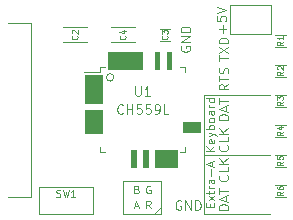
<source format=gbr>
%TF.GenerationSoftware,KiCad,Pcbnew,(5.1.9)-1*%
%TF.CreationDate,2022-11-25T13:08:51-06:00*%
%TF.ProjectId,pcb,7063622e-6b69-4636-9164-5f7063625858,rev?*%
%TF.SameCoordinates,Original*%
%TF.FileFunction,Legend,Top*%
%TF.FilePolarity,Positive*%
%FSLAX46Y46*%
G04 Gerber Fmt 4.6, Leading zero omitted, Abs format (unit mm)*
G04 Created by KiCad (PCBNEW (5.1.9)-1) date 2022-11-25 13:08:51*
%MOMM*%
%LPD*%
G01*
G04 APERTURE LIST*
%ADD10C,0.120000*%
%ADD11C,0.100000*%
G04 APERTURE END LIST*
D10*
X150495000Y-110426500D02*
X144907000Y-110426500D01*
X150495000Y-105410000D02*
X144907000Y-105410000D01*
X150495000Y-100330000D02*
X144907000Y-100330000D01*
X142983000Y-96240523D02*
X142944904Y-96316714D01*
X142944904Y-96431000D01*
X142983000Y-96545285D01*
X143059190Y-96621476D01*
X143135380Y-96659571D01*
X143287761Y-96697666D01*
X143402047Y-96697666D01*
X143554428Y-96659571D01*
X143630619Y-96621476D01*
X143706809Y-96545285D01*
X143744904Y-96431000D01*
X143744904Y-96354809D01*
X143706809Y-96240523D01*
X143668714Y-96202428D01*
X143402047Y-96202428D01*
X143402047Y-96354809D01*
X143744904Y-95859571D02*
X142944904Y-95859571D01*
X143744904Y-95402428D01*
X142944904Y-95402428D01*
X143744904Y-95021476D02*
X142944904Y-95021476D01*
X142944904Y-94831000D01*
X142983000Y-94716714D01*
X143059190Y-94640523D01*
X143135380Y-94602428D01*
X143287761Y-94564333D01*
X143402047Y-94564333D01*
X143554428Y-94602428D01*
X143630619Y-94640523D01*
X143706809Y-94716714D01*
X143744904Y-94831000D01*
X143744904Y-95021476D01*
X142963976Y-109328000D02*
X142887785Y-109289904D01*
X142773500Y-109289904D01*
X142659214Y-109328000D01*
X142583023Y-109404190D01*
X142544928Y-109480380D01*
X142506833Y-109632761D01*
X142506833Y-109747047D01*
X142544928Y-109899428D01*
X142583023Y-109975619D01*
X142659214Y-110051809D01*
X142773500Y-110089904D01*
X142849690Y-110089904D01*
X142963976Y-110051809D01*
X143002071Y-110013714D01*
X143002071Y-109747047D01*
X142849690Y-109747047D01*
X143344928Y-110089904D02*
X143344928Y-109289904D01*
X143802071Y-110089904D01*
X143802071Y-109289904D01*
X144183023Y-110089904D02*
X144183023Y-109289904D01*
X144373500Y-109289904D01*
X144487785Y-109328000D01*
X144563976Y-109404190D01*
X144602071Y-109480380D01*
X144640166Y-109632761D01*
X144640166Y-109747047D01*
X144602071Y-109899428D01*
X144563976Y-109975619D01*
X144487785Y-110051809D01*
X144373500Y-110089904D01*
X144183023Y-110089904D01*
X144907000Y-110426500D02*
X144907000Y-105410000D01*
X144907000Y-105410000D02*
X144907000Y-100330000D01*
X146183404Y-97466023D02*
X146183404Y-97008880D01*
X146983404Y-97237452D02*
X146183404Y-97237452D01*
X146183404Y-96818404D02*
X146983404Y-96285071D01*
X146183404Y-96285071D02*
X146983404Y-96818404D01*
X146983404Y-95980309D02*
X146183404Y-95980309D01*
X146183404Y-95789833D01*
X146221500Y-95675547D01*
X146297690Y-95599357D01*
X146373880Y-95561261D01*
X146526261Y-95523166D01*
X146640547Y-95523166D01*
X146792928Y-95561261D01*
X146869119Y-95599357D01*
X146945309Y-95675547D01*
X146983404Y-95789833D01*
X146983404Y-95980309D01*
X146983404Y-99434595D02*
X146602452Y-99701261D01*
X146983404Y-99891738D02*
X146183404Y-99891738D01*
X146183404Y-99586976D01*
X146221500Y-99510785D01*
X146259595Y-99472690D01*
X146335785Y-99434595D01*
X146450071Y-99434595D01*
X146526261Y-99472690D01*
X146564357Y-99510785D01*
X146602452Y-99586976D01*
X146602452Y-99891738D01*
X146183404Y-99206023D02*
X146183404Y-98748880D01*
X146983404Y-98977452D02*
X146183404Y-98977452D01*
X146945309Y-98520309D02*
X146983404Y-98406023D01*
X146983404Y-98215547D01*
X146945309Y-98139357D01*
X146907214Y-98101261D01*
X146831023Y-98063166D01*
X146754833Y-98063166D01*
X146678642Y-98101261D01*
X146640547Y-98139357D01*
X146602452Y-98215547D01*
X146564357Y-98367928D01*
X146526261Y-98444119D01*
X146488166Y-98482214D01*
X146411976Y-98520309D01*
X146335785Y-98520309D01*
X146259595Y-98482214D01*
X146221500Y-98444119D01*
X146183404Y-98367928D01*
X146183404Y-98177452D01*
X146221500Y-98063166D01*
X146488142Y-95072071D02*
X146488142Y-94462547D01*
X146792904Y-94767309D02*
X146183380Y-94767309D01*
X145992904Y-93700642D02*
X145992904Y-94081595D01*
X146373857Y-94119690D01*
X146335761Y-94081595D01*
X146297666Y-94005404D01*
X146297666Y-93814928D01*
X146335761Y-93738738D01*
X146373857Y-93700642D01*
X146450047Y-93662547D01*
X146640523Y-93662547D01*
X146716714Y-93700642D01*
X146754809Y-93738738D01*
X146792904Y-93814928D01*
X146792904Y-94005404D01*
X146754809Y-94081595D01*
X146716714Y-94119690D01*
X145992904Y-93433976D02*
X146792904Y-93167309D01*
X145992904Y-92900642D01*
X145428500Y-109850000D02*
X145428500Y-109616666D01*
X145795166Y-109516666D02*
X145795166Y-109850000D01*
X145095166Y-109850000D01*
X145095166Y-109516666D01*
X145795166Y-109283333D02*
X145328500Y-108916666D01*
X145328500Y-109283333D02*
X145795166Y-108916666D01*
X145328500Y-108750000D02*
X145328500Y-108483333D01*
X145095166Y-108650000D02*
X145695166Y-108650000D01*
X145761833Y-108616666D01*
X145795166Y-108550000D01*
X145795166Y-108483333D01*
X145795166Y-108250000D02*
X145328500Y-108250000D01*
X145461833Y-108250000D02*
X145395166Y-108216666D01*
X145361833Y-108183333D01*
X145328500Y-108116666D01*
X145328500Y-108050000D01*
X145795166Y-107516666D02*
X145428500Y-107516666D01*
X145361833Y-107550000D01*
X145328500Y-107616666D01*
X145328500Y-107750000D01*
X145361833Y-107816666D01*
X145761833Y-107516666D02*
X145795166Y-107583333D01*
X145795166Y-107750000D01*
X145761833Y-107816666D01*
X145695166Y-107850000D01*
X145628500Y-107850000D01*
X145561833Y-107816666D01*
X145528500Y-107750000D01*
X145528500Y-107583333D01*
X145495166Y-107516666D01*
X145528500Y-107183333D02*
X145528500Y-106650000D01*
X145595166Y-106350000D02*
X145595166Y-106016666D01*
X145795166Y-106416666D02*
X145095166Y-106183333D01*
X145795166Y-105950000D01*
X145795166Y-105103333D02*
X145095166Y-105103333D01*
X145795166Y-104703333D02*
X145395166Y-105003333D01*
X145095166Y-104703333D02*
X145495166Y-105103333D01*
X145761833Y-104136666D02*
X145795166Y-104203333D01*
X145795166Y-104336666D01*
X145761833Y-104403333D01*
X145695166Y-104436666D01*
X145428500Y-104436666D01*
X145361833Y-104403333D01*
X145328500Y-104336666D01*
X145328500Y-104203333D01*
X145361833Y-104136666D01*
X145428500Y-104103333D01*
X145495166Y-104103333D01*
X145561833Y-104436666D01*
X145328500Y-103870000D02*
X145795166Y-103703333D01*
X145328500Y-103536666D02*
X145795166Y-103703333D01*
X145961833Y-103770000D01*
X145995166Y-103803333D01*
X146028500Y-103870000D01*
X145795166Y-103270000D02*
X145095166Y-103270000D01*
X145361833Y-103270000D02*
X145328500Y-103203333D01*
X145328500Y-103070000D01*
X145361833Y-103003333D01*
X145395166Y-102970000D01*
X145461833Y-102936666D01*
X145661833Y-102936666D01*
X145728500Y-102970000D01*
X145761833Y-103003333D01*
X145795166Y-103070000D01*
X145795166Y-103203333D01*
X145761833Y-103270000D01*
X145795166Y-102536666D02*
X145761833Y-102603333D01*
X145728500Y-102636666D01*
X145661833Y-102670000D01*
X145461833Y-102670000D01*
X145395166Y-102636666D01*
X145361833Y-102603333D01*
X145328500Y-102536666D01*
X145328500Y-102436666D01*
X145361833Y-102370000D01*
X145395166Y-102336666D01*
X145461833Y-102303333D01*
X145661833Y-102303333D01*
X145728500Y-102336666D01*
X145761833Y-102370000D01*
X145795166Y-102436666D01*
X145795166Y-102536666D01*
X145795166Y-101703333D02*
X145428500Y-101703333D01*
X145361833Y-101736666D01*
X145328500Y-101803333D01*
X145328500Y-101936666D01*
X145361833Y-102003333D01*
X145761833Y-101703333D02*
X145795166Y-101770000D01*
X145795166Y-101936666D01*
X145761833Y-102003333D01*
X145695166Y-102036666D01*
X145628500Y-102036666D01*
X145561833Y-102003333D01*
X145528500Y-101936666D01*
X145528500Y-101770000D01*
X145495166Y-101703333D01*
X145795166Y-101370000D02*
X145328500Y-101370000D01*
X145461833Y-101370000D02*
X145395166Y-101336666D01*
X145361833Y-101303333D01*
X145328500Y-101236666D01*
X145328500Y-101170000D01*
X145795166Y-100636666D02*
X145095166Y-100636666D01*
X145761833Y-100636666D02*
X145795166Y-100703333D01*
X145795166Y-100836666D01*
X145761833Y-100903333D01*
X145728500Y-100936666D01*
X145661833Y-100970000D01*
X145461833Y-100970000D01*
X145395166Y-100936666D01*
X145361833Y-100903333D01*
X145328500Y-100836666D01*
X145328500Y-100703333D01*
X145361833Y-100636666D01*
X146983404Y-102457142D02*
X146183404Y-102457142D01*
X146183404Y-102266666D01*
X146221500Y-102152380D01*
X146297690Y-102076190D01*
X146373880Y-102038095D01*
X146526261Y-102000000D01*
X146640547Y-102000000D01*
X146792928Y-102038095D01*
X146869119Y-102076190D01*
X146945309Y-102152380D01*
X146983404Y-102266666D01*
X146983404Y-102457142D01*
X146754833Y-101695238D02*
X146754833Y-101314285D01*
X146983404Y-101771428D02*
X146183404Y-101504761D01*
X146983404Y-101238095D01*
X146183404Y-101085714D02*
X146183404Y-100628571D01*
X146983404Y-100857142D02*
X146183404Y-100857142D01*
X146907214Y-104616190D02*
X146945309Y-104654285D01*
X146983404Y-104768571D01*
X146983404Y-104844761D01*
X146945309Y-104959047D01*
X146869119Y-105035238D01*
X146792928Y-105073333D01*
X146640547Y-105111428D01*
X146526261Y-105111428D01*
X146373880Y-105073333D01*
X146297690Y-105035238D01*
X146221500Y-104959047D01*
X146183404Y-104844761D01*
X146183404Y-104768571D01*
X146221500Y-104654285D01*
X146259595Y-104616190D01*
X146983404Y-103892380D02*
X146983404Y-104273333D01*
X146183404Y-104273333D01*
X146983404Y-103625714D02*
X146183404Y-103625714D01*
X146983404Y-103168571D02*
X146526261Y-103511428D01*
X146183404Y-103168571D02*
X146640547Y-103625714D01*
X146983404Y-110077142D02*
X146183404Y-110077142D01*
X146183404Y-109886666D01*
X146221500Y-109772380D01*
X146297690Y-109696190D01*
X146373880Y-109658095D01*
X146526261Y-109620000D01*
X146640547Y-109620000D01*
X146792928Y-109658095D01*
X146869119Y-109696190D01*
X146945309Y-109772380D01*
X146983404Y-109886666D01*
X146983404Y-110077142D01*
X146754833Y-109315238D02*
X146754833Y-108934285D01*
X146983404Y-109391428D02*
X146183404Y-109124761D01*
X146983404Y-108858095D01*
X146183404Y-108705714D02*
X146183404Y-108248571D01*
X146983404Y-108477142D02*
X146183404Y-108477142D01*
X146907214Y-107156190D02*
X146945309Y-107194285D01*
X146983404Y-107308571D01*
X146983404Y-107384761D01*
X146945309Y-107499047D01*
X146869119Y-107575238D01*
X146792928Y-107613333D01*
X146640547Y-107651428D01*
X146526261Y-107651428D01*
X146373880Y-107613333D01*
X146297690Y-107575238D01*
X146221500Y-107499047D01*
X146183404Y-107384761D01*
X146183404Y-107308571D01*
X146221500Y-107194285D01*
X146259595Y-107156190D01*
X146983404Y-106432380D02*
X146983404Y-106813333D01*
X146183404Y-106813333D01*
X146983404Y-106165714D02*
X146183404Y-106165714D01*
X146983404Y-105708571D02*
X146526261Y-106051428D01*
X146183404Y-105708571D02*
X146640547Y-106165714D01*
%TO.C,SW1*%
X135498000Y-110437500D02*
X130948000Y-110437500D01*
X135498000Y-108137500D02*
X135498000Y-110437500D01*
X130948000Y-108137500D02*
X135498000Y-108137500D01*
X130948000Y-110437500D02*
X130948000Y-108137500D01*
%TO.C,P2*%
X130279000Y-94240000D02*
X130279000Y-108960000D01*
X130279000Y-94240000D02*
X128299000Y-94240000D01*
X128299000Y-108960000D02*
X130279000Y-108960000D01*
D11*
%TO.C,U1*%
G36*
X136271000Y-103568500D02*
G01*
X134810500Y-103568500D01*
X134810500Y-101663500D01*
X136271000Y-101663500D01*
X136271000Y-103568500D01*
G37*
X136271000Y-103568500D02*
X134810500Y-103568500D01*
X134810500Y-101663500D01*
X136271000Y-101663500D01*
X136271000Y-103568500D01*
G36*
X136271000Y-101028500D02*
G01*
X134810500Y-101028500D01*
X134810500Y-98679000D01*
X136271000Y-98679000D01*
X136271000Y-101028500D01*
G37*
X136271000Y-101028500D02*
X134810500Y-101028500D01*
X134810500Y-98679000D01*
X136271000Y-98679000D01*
X136271000Y-101028500D01*
G36*
X139128500Y-106489500D02*
G01*
X138747500Y-106489500D01*
X138747500Y-105029000D01*
X139128500Y-105029000D01*
X139128500Y-106489500D01*
G37*
X139128500Y-106489500D02*
X138747500Y-106489500D01*
X138747500Y-105029000D01*
X139128500Y-105029000D01*
X139128500Y-106489500D01*
G36*
X140144500Y-106489500D02*
G01*
X139763500Y-106489500D01*
X139763500Y-105029000D01*
X140144500Y-105029000D01*
X140144500Y-106489500D01*
G37*
X140144500Y-106489500D02*
X139763500Y-106489500D01*
X139763500Y-105029000D01*
X140144500Y-105029000D01*
X140144500Y-106489500D01*
G36*
X142621000Y-106489500D02*
G01*
X140779500Y-106489500D01*
X140779500Y-105029000D01*
X142621000Y-105029000D01*
X142621000Y-106489500D01*
G37*
X142621000Y-106489500D02*
X140779500Y-106489500D01*
X140779500Y-105029000D01*
X142621000Y-105029000D01*
X142621000Y-106489500D01*
G36*
X144589500Y-103505000D02*
G01*
X143129000Y-103505000D01*
X143129000Y-102679500D01*
X144589500Y-102679500D01*
X144589500Y-103505000D01*
G37*
X144589500Y-103505000D02*
X143129000Y-103505000D01*
X143129000Y-102679500D01*
X144589500Y-102679500D01*
X144589500Y-103505000D01*
G36*
X142113000Y-98171000D02*
G01*
X141795500Y-98171000D01*
X141795500Y-96710500D01*
X142113000Y-96710500D01*
X142113000Y-98171000D01*
G37*
X142113000Y-98171000D02*
X141795500Y-98171000D01*
X141795500Y-96710500D01*
X142113000Y-96710500D01*
X142113000Y-98171000D01*
G36*
X141097000Y-98171000D02*
G01*
X140779500Y-98171000D01*
X140779500Y-96710500D01*
X141097000Y-96710500D01*
X141097000Y-98171000D01*
G37*
X141097000Y-98171000D02*
X140779500Y-98171000D01*
X140779500Y-96710500D01*
X141097000Y-96710500D01*
X141097000Y-98171000D01*
G36*
X139636500Y-98171000D02*
G01*
X136779000Y-98171000D01*
X136779000Y-96710500D01*
X139636500Y-96710500D01*
X139636500Y-98171000D01*
G37*
X139636500Y-98171000D02*
X136779000Y-98171000D01*
X136779000Y-96710500D01*
X139636500Y-96710500D01*
X139636500Y-98171000D01*
D10*
X137287000Y-98869500D02*
G75*
G03*
X137287000Y-98869500I-317500J0D01*
G01*
X142860000Y-105210000D02*
X143310000Y-105210000D01*
X143310000Y-105210000D02*
X143310000Y-104760000D01*
X136540000Y-105210000D02*
X136090000Y-105210000D01*
X136090000Y-105210000D02*
X136090000Y-104760000D01*
X142860000Y-97990000D02*
X143310000Y-97990000D01*
X143310000Y-97990000D02*
X143310000Y-98440000D01*
X136540000Y-97990000D02*
X136090000Y-97990000D01*
X136090000Y-97990000D02*
X136090000Y-98440000D01*
X136090000Y-98440000D02*
X134800000Y-98440000D01*
D11*
%TO.C,D1*%
X141300000Y-110429500D02*
X138100000Y-110429500D01*
X141300000Y-107629500D02*
X138100000Y-107629500D01*
X141300000Y-110429500D02*
X141300000Y-107629500D01*
X138100000Y-110429500D02*
X138100000Y-107629500D01*
X141300000Y-109829500D02*
X140700000Y-110429500D01*
D10*
%TO.C,RN1*%
X150558500Y-92773500D02*
X150558500Y-95186500D01*
X150558500Y-95186500D02*
X147129500Y-95186500D01*
X147129500Y-92773500D02*
X147129500Y-95186500D01*
X150558500Y-92773500D02*
X147129500Y-92773500D01*
D11*
%TO.C,C2*%
X132985000Y-95875000D02*
X134985000Y-95875000D01*
X132985000Y-94625000D02*
X134985000Y-94625000D01*
%TO.C,C3*%
X141160500Y-94742000D02*
X142049500Y-94742000D01*
X141160500Y-95758000D02*
X142049500Y-95758000D01*
%TO.C,C4*%
X139049000Y-95875000D02*
X137049000Y-95875000D01*
X139049000Y-94625000D02*
X137049000Y-94625000D01*
%TO.C,R1*%
X151828500Y-95250000D02*
X150939500Y-95250000D01*
X151828500Y-96266000D02*
X150939500Y-96266000D01*
%TO.C,R2*%
X151828500Y-98806000D02*
X150939500Y-98806000D01*
X151828500Y-97790000D02*
X150939500Y-97790000D01*
%TO.C,R3*%
X151828500Y-100330000D02*
X150939500Y-100330000D01*
X151828500Y-101346000D02*
X150939500Y-101346000D01*
%TO.C,R4*%
X151828500Y-103886000D02*
X150939500Y-103886000D01*
X151828500Y-102870000D02*
X150939500Y-102870000D01*
%TO.C,R5*%
X151828500Y-105410000D02*
X150939500Y-105410000D01*
X151828500Y-106426000D02*
X150939500Y-106426000D01*
%TO.C,R6*%
X151828500Y-108966000D02*
X150939500Y-108966000D01*
X151828500Y-107950000D02*
X150939500Y-107950000D01*
%TO.C,SW1*%
X132423000Y-108954857D02*
X132508714Y-108983428D01*
X132651571Y-108983428D01*
X132708714Y-108954857D01*
X132737285Y-108926285D01*
X132765857Y-108869142D01*
X132765857Y-108812000D01*
X132737285Y-108754857D01*
X132708714Y-108726285D01*
X132651571Y-108697714D01*
X132537285Y-108669142D01*
X132480142Y-108640571D01*
X132451571Y-108612000D01*
X132423000Y-108554857D01*
X132423000Y-108497714D01*
X132451571Y-108440571D01*
X132480142Y-108412000D01*
X132537285Y-108383428D01*
X132680142Y-108383428D01*
X132765857Y-108412000D01*
X132965857Y-108383428D02*
X133108714Y-108983428D01*
X133223000Y-108554857D01*
X133337285Y-108983428D01*
X133480142Y-108383428D01*
X134023000Y-108983428D02*
X133680142Y-108983428D01*
X133851571Y-108983428D02*
X133851571Y-108383428D01*
X133794428Y-108469142D01*
X133737285Y-108526285D01*
X133680142Y-108554857D01*
%TO.C,U1*%
D10*
X139090476Y-99637904D02*
X139090476Y-100285523D01*
X139128571Y-100361714D01*
X139166666Y-100399809D01*
X139242857Y-100437904D01*
X139395238Y-100437904D01*
X139471428Y-100399809D01*
X139509523Y-100361714D01*
X139547619Y-100285523D01*
X139547619Y-99637904D01*
X140347619Y-100437904D02*
X139890476Y-100437904D01*
X140119047Y-100437904D02*
X140119047Y-99637904D01*
X140042857Y-99752190D01*
X139966666Y-99828380D01*
X139890476Y-99866476D01*
X138061904Y-101885714D02*
X138023809Y-101923809D01*
X137909523Y-101961904D01*
X137833333Y-101961904D01*
X137719047Y-101923809D01*
X137642857Y-101847619D01*
X137604761Y-101771428D01*
X137566666Y-101619047D01*
X137566666Y-101504761D01*
X137604761Y-101352380D01*
X137642857Y-101276190D01*
X137719047Y-101200000D01*
X137833333Y-101161904D01*
X137909523Y-101161904D01*
X138023809Y-101200000D01*
X138061904Y-101238095D01*
X138404761Y-101961904D02*
X138404761Y-101161904D01*
X138404761Y-101542857D02*
X138861904Y-101542857D01*
X138861904Y-101961904D02*
X138861904Y-101161904D01*
X139623809Y-101161904D02*
X139242857Y-101161904D01*
X139204761Y-101542857D01*
X139242857Y-101504761D01*
X139319047Y-101466666D01*
X139509523Y-101466666D01*
X139585714Y-101504761D01*
X139623809Y-101542857D01*
X139661904Y-101619047D01*
X139661904Y-101809523D01*
X139623809Y-101885714D01*
X139585714Y-101923809D01*
X139509523Y-101961904D01*
X139319047Y-101961904D01*
X139242857Y-101923809D01*
X139204761Y-101885714D01*
X140385714Y-101161904D02*
X140004761Y-101161904D01*
X139966666Y-101542857D01*
X140004761Y-101504761D01*
X140080952Y-101466666D01*
X140271428Y-101466666D01*
X140347619Y-101504761D01*
X140385714Y-101542857D01*
X140423809Y-101619047D01*
X140423809Y-101809523D01*
X140385714Y-101885714D01*
X140347619Y-101923809D01*
X140271428Y-101961904D01*
X140080952Y-101961904D01*
X140004761Y-101923809D01*
X139966666Y-101885714D01*
X140804761Y-101961904D02*
X140957142Y-101961904D01*
X141033333Y-101923809D01*
X141071428Y-101885714D01*
X141147619Y-101771428D01*
X141185714Y-101619047D01*
X141185714Y-101314285D01*
X141147619Y-101238095D01*
X141109523Y-101200000D01*
X141033333Y-101161904D01*
X140880952Y-101161904D01*
X140804761Y-101200000D01*
X140766666Y-101238095D01*
X140728571Y-101314285D01*
X140728571Y-101504761D01*
X140766666Y-101580952D01*
X140804761Y-101619047D01*
X140880952Y-101657142D01*
X141033333Y-101657142D01*
X141109523Y-101619047D01*
X141147619Y-101580952D01*
X141185714Y-101504761D01*
X141909523Y-101961904D02*
X141528571Y-101961904D01*
X141528571Y-101161904D01*
%TO.C,D1*%
D11*
X140409190Y-109958547D02*
X140192523Y-109649023D01*
X140037761Y-109958547D02*
X140037761Y-109308547D01*
X140285380Y-109308547D01*
X140347285Y-109339500D01*
X140378238Y-109370452D01*
X140409190Y-109432357D01*
X140409190Y-109525214D01*
X140378238Y-109587119D01*
X140347285Y-109618071D01*
X140285380Y-109649023D01*
X140037761Y-109649023D01*
X140378238Y-108069500D02*
X140316333Y-108038547D01*
X140223476Y-108038547D01*
X140130619Y-108069500D01*
X140068714Y-108131404D01*
X140037761Y-108193309D01*
X140006809Y-108317119D01*
X140006809Y-108409976D01*
X140037761Y-108533785D01*
X140068714Y-108595690D01*
X140130619Y-108657595D01*
X140223476Y-108688547D01*
X140285380Y-108688547D01*
X140378238Y-108657595D01*
X140409190Y-108626642D01*
X140409190Y-108409976D01*
X140285380Y-108409976D01*
X139238428Y-108348071D02*
X139331285Y-108379023D01*
X139362238Y-108409976D01*
X139393190Y-108471880D01*
X139393190Y-108564738D01*
X139362238Y-108626642D01*
X139331285Y-108657595D01*
X139269380Y-108688547D01*
X139021761Y-108688547D01*
X139021761Y-108038547D01*
X139238428Y-108038547D01*
X139300333Y-108069500D01*
X139331285Y-108100452D01*
X139362238Y-108162357D01*
X139362238Y-108224261D01*
X139331285Y-108286166D01*
X139300333Y-108317119D01*
X139238428Y-108348071D01*
X139021761Y-108348071D01*
X139037238Y-109772833D02*
X139346761Y-109772833D01*
X138975333Y-109958547D02*
X139192000Y-109308547D01*
X139408666Y-109958547D01*
%TO.C,C2*%
X134163571Y-95333333D02*
X134187380Y-95357142D01*
X134211190Y-95428571D01*
X134211190Y-95476190D01*
X134187380Y-95547619D01*
X134139761Y-95595238D01*
X134092142Y-95619047D01*
X133996904Y-95642857D01*
X133925476Y-95642857D01*
X133830238Y-95619047D01*
X133782619Y-95595238D01*
X133735000Y-95547619D01*
X133711190Y-95476190D01*
X133711190Y-95428571D01*
X133735000Y-95357142D01*
X133758809Y-95333333D01*
X133758809Y-95142857D02*
X133735000Y-95119047D01*
X133711190Y-95071428D01*
X133711190Y-94952380D01*
X133735000Y-94904761D01*
X133758809Y-94880952D01*
X133806428Y-94857142D01*
X133854047Y-94857142D01*
X133925476Y-94880952D01*
X134211190Y-95166666D01*
X134211190Y-94857142D01*
%TO.C,C3*%
X141783571Y-95333333D02*
X141807380Y-95357142D01*
X141831190Y-95428571D01*
X141831190Y-95476190D01*
X141807380Y-95547619D01*
X141759761Y-95595238D01*
X141712142Y-95619047D01*
X141616904Y-95642857D01*
X141545476Y-95642857D01*
X141450238Y-95619047D01*
X141402619Y-95595238D01*
X141355000Y-95547619D01*
X141331190Y-95476190D01*
X141331190Y-95428571D01*
X141355000Y-95357142D01*
X141378809Y-95333333D01*
X141331190Y-95166666D02*
X141331190Y-94857142D01*
X141521666Y-95023809D01*
X141521666Y-94952380D01*
X141545476Y-94904761D01*
X141569285Y-94880952D01*
X141616904Y-94857142D01*
X141735952Y-94857142D01*
X141783571Y-94880952D01*
X141807380Y-94904761D01*
X141831190Y-94952380D01*
X141831190Y-95095238D01*
X141807380Y-95142857D01*
X141783571Y-95166666D01*
%TO.C,C4*%
X138227571Y-95333333D02*
X138251380Y-95357142D01*
X138275190Y-95428571D01*
X138275190Y-95476190D01*
X138251380Y-95547619D01*
X138203761Y-95595238D01*
X138156142Y-95619047D01*
X138060904Y-95642857D01*
X137989476Y-95642857D01*
X137894238Y-95619047D01*
X137846619Y-95595238D01*
X137799000Y-95547619D01*
X137775190Y-95476190D01*
X137775190Y-95428571D01*
X137799000Y-95357142D01*
X137822809Y-95333333D01*
X137941857Y-94904761D02*
X138275190Y-94904761D01*
X137751380Y-95023809D02*
X138108523Y-95142857D01*
X138108523Y-94833333D01*
%TO.C,R1*%
X151610190Y-95841333D02*
X151372095Y-96008000D01*
X151610190Y-96127047D02*
X151110190Y-96127047D01*
X151110190Y-95936571D01*
X151134000Y-95888952D01*
X151157809Y-95865142D01*
X151205428Y-95841333D01*
X151276857Y-95841333D01*
X151324476Y-95865142D01*
X151348285Y-95888952D01*
X151372095Y-95936571D01*
X151372095Y-96127047D01*
X151610190Y-95365142D02*
X151610190Y-95650857D01*
X151610190Y-95508000D02*
X151110190Y-95508000D01*
X151181619Y-95555619D01*
X151229238Y-95603238D01*
X151253047Y-95650857D01*
%TO.C,R2*%
X151610190Y-98381333D02*
X151372095Y-98548000D01*
X151610190Y-98667047D02*
X151110190Y-98667047D01*
X151110190Y-98476571D01*
X151134000Y-98428952D01*
X151157809Y-98405142D01*
X151205428Y-98381333D01*
X151276857Y-98381333D01*
X151324476Y-98405142D01*
X151348285Y-98428952D01*
X151372095Y-98476571D01*
X151372095Y-98667047D01*
X151157809Y-98190857D02*
X151134000Y-98167047D01*
X151110190Y-98119428D01*
X151110190Y-98000380D01*
X151134000Y-97952761D01*
X151157809Y-97928952D01*
X151205428Y-97905142D01*
X151253047Y-97905142D01*
X151324476Y-97928952D01*
X151610190Y-98214666D01*
X151610190Y-97905142D01*
%TO.C,R3*%
X151610190Y-100921333D02*
X151372095Y-101088000D01*
X151610190Y-101207047D02*
X151110190Y-101207047D01*
X151110190Y-101016571D01*
X151134000Y-100968952D01*
X151157809Y-100945142D01*
X151205428Y-100921333D01*
X151276857Y-100921333D01*
X151324476Y-100945142D01*
X151348285Y-100968952D01*
X151372095Y-101016571D01*
X151372095Y-101207047D01*
X151110190Y-100754666D02*
X151110190Y-100445142D01*
X151300666Y-100611809D01*
X151300666Y-100540380D01*
X151324476Y-100492761D01*
X151348285Y-100468952D01*
X151395904Y-100445142D01*
X151514952Y-100445142D01*
X151562571Y-100468952D01*
X151586380Y-100492761D01*
X151610190Y-100540380D01*
X151610190Y-100683238D01*
X151586380Y-100730857D01*
X151562571Y-100754666D01*
%TO.C,R4*%
X151610190Y-103461333D02*
X151372095Y-103628000D01*
X151610190Y-103747047D02*
X151110190Y-103747047D01*
X151110190Y-103556571D01*
X151134000Y-103508952D01*
X151157809Y-103485142D01*
X151205428Y-103461333D01*
X151276857Y-103461333D01*
X151324476Y-103485142D01*
X151348285Y-103508952D01*
X151372095Y-103556571D01*
X151372095Y-103747047D01*
X151276857Y-103032761D02*
X151610190Y-103032761D01*
X151086380Y-103151809D02*
X151443523Y-103270857D01*
X151443523Y-102961333D01*
%TO.C,R5*%
X151610190Y-106001333D02*
X151372095Y-106168000D01*
X151610190Y-106287047D02*
X151110190Y-106287047D01*
X151110190Y-106096571D01*
X151134000Y-106048952D01*
X151157809Y-106025142D01*
X151205428Y-106001333D01*
X151276857Y-106001333D01*
X151324476Y-106025142D01*
X151348285Y-106048952D01*
X151372095Y-106096571D01*
X151372095Y-106287047D01*
X151110190Y-105548952D02*
X151110190Y-105787047D01*
X151348285Y-105810857D01*
X151324476Y-105787047D01*
X151300666Y-105739428D01*
X151300666Y-105620380D01*
X151324476Y-105572761D01*
X151348285Y-105548952D01*
X151395904Y-105525142D01*
X151514952Y-105525142D01*
X151562571Y-105548952D01*
X151586380Y-105572761D01*
X151610190Y-105620380D01*
X151610190Y-105739428D01*
X151586380Y-105787047D01*
X151562571Y-105810857D01*
%TO.C,R6*%
X151610190Y-108541333D02*
X151372095Y-108708000D01*
X151610190Y-108827047D02*
X151110190Y-108827047D01*
X151110190Y-108636571D01*
X151134000Y-108588952D01*
X151157809Y-108565142D01*
X151205428Y-108541333D01*
X151276857Y-108541333D01*
X151324476Y-108565142D01*
X151348285Y-108588952D01*
X151372095Y-108636571D01*
X151372095Y-108827047D01*
X151110190Y-108112761D02*
X151110190Y-108208000D01*
X151134000Y-108255619D01*
X151157809Y-108279428D01*
X151229238Y-108327047D01*
X151324476Y-108350857D01*
X151514952Y-108350857D01*
X151562571Y-108327047D01*
X151586380Y-108303238D01*
X151610190Y-108255619D01*
X151610190Y-108160380D01*
X151586380Y-108112761D01*
X151562571Y-108088952D01*
X151514952Y-108065142D01*
X151395904Y-108065142D01*
X151348285Y-108088952D01*
X151324476Y-108112761D01*
X151300666Y-108160380D01*
X151300666Y-108255619D01*
X151324476Y-108303238D01*
X151348285Y-108327047D01*
X151395904Y-108350857D01*
%TD*%
M02*

</source>
